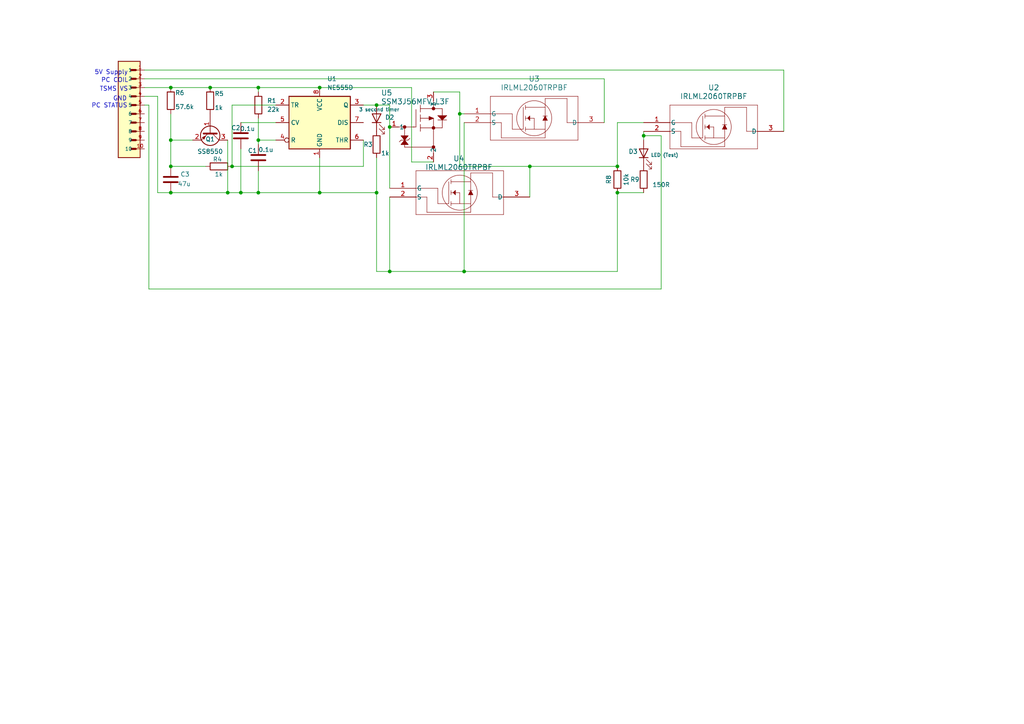
<source format=kicad_sch>
(kicad_sch (version 20231120) (generator "eeschema") (generator_version "8.0")
  (paper "A4")
  (lib_symbols
    (symbol "10 pin output:PH1-10-UA" (pin_names (offset 1.016))
      (property "Reference" "J" (at 0 28.448 0))
      (property "Value" "PH1-10-UA" (at 0 0 0))
      (symbol "PH1-10-UA_0_0"
        (polyline (pts (xy 3.81 2.54) (xy 5.08 2.54)) (stroke (width 0.6096)))
        (polyline (pts (xy 3.81 5.08) (xy 5.08 5.08)) (stroke (width 0.6096)))
        (polyline (pts (xy 3.81 7.62) (xy 5.08 7.62)) (stroke (width 0.6096)))
        (polyline (pts (xy 3.81 10.16) (xy 5.08 10.16)) (stroke (width 0.6096)))
        (polyline (pts (xy 3.81 12.7) (xy 5.08 12.7)) (stroke (width 0.6096)))
        (polyline (pts (xy 3.81 15.24) (xy 5.08 15.24)) (stroke (width 0.6096)))
        (polyline (pts (xy 3.81 17.78) (xy 5.08 17.78)) (stroke (width 0.6096)))
        (polyline (pts (xy 3.81 20.32) (xy 5.08 20.32)) (stroke (width 0.6096)))
        (polyline (pts (xy 3.81 22.86) (xy 5.08 22.86)) (stroke (width 0.6096)))
        (polyline (pts (xy 3.81 25.4) (xy 5.08 25.4)) (stroke (width 0.6096)))
        (rectangle (start 0 0) (end 6.35 27.94) (stroke (width 0.254)) (fill (type background)))
        (pin passive line (at 7.62 25.4 180) (length 2.54) (name "1") (number "1"))
        (pin passive line (at 7.62 2.54 180) (length 2.54) (name "10") (number "10"))
        (pin passive line (at 7.62 22.86 180) (length 2.54) (name "2") (number "2"))
        (pin passive line (at 7.62 20.32 180) (length 2.54) (name "3") (number "3"))
        (pin passive line (at 7.62 17.78 180) (length 2.54) (name "4") (number "4"))
        (pin passive line (at 7.62 15.24 180) (length 2.54) (name "5") (number "5"))
        (pin passive line (at 7.62 12.7 180) (length 2.54) (name "6") (number "6"))
        (pin passive line (at 7.62 10.16 180) (length 2.54) (name "7") (number "7"))
        (pin passive line (at 7.62 7.62 180) (length 2.54) (name "8") (number "8"))
        (pin passive line (at 7.62 5.08 180) (length 2.54) (name "9") (number "9"))
      )
    )
    (symbol "Device:C" (pin_numbers hide) (pin_names (offset 0.254))
      (property "Reference" "C" (at 0.635 2.54 0))
      (property "Value" "C" (at 0.635 -2.54 0))
      (symbol "C_0_1"
        (polyline (pts (xy -2.032 -0.762) (xy 2.032 -0.762)) (stroke (width 0.508)))
        (polyline (pts (xy -2.032 0.762) (xy 2.032 0.762)) (stroke (width 0.508)))
      )
      (symbol "C_1_1"
        (pin passive line (at 0 3.81 270) (length 2.794) (name "~") (number "1"))
        (pin passive line (at 0 -3.81 90) (length 2.794) (name "~") (number "2"))
      )
    )
    (symbol "Device:LED" (pin_numbers hide) (pin_names (offset 1.016) hide)
      (property "Reference" "D" (at 0 2.54 0))
      (property "Value" "LED" (at 0 -2.54 0))
      (symbol "LED_0_1"
        (polyline (pts (xy -1.27 -1.27) (xy -1.27 1.27)) (stroke (width 0.254)))
        (polyline (pts (xy -1.27 0) (xy 1.27 0)))
        (polyline (pts (xy 1.27 -1.27) (xy 1.27 1.27) (xy -1.27 0) (xy 1.27 -1.27)) (stroke (width 0.254)))
        (polyline (pts (xy -3.048 -0.762) (xy -4.572 -2.286) (xy -3.81 -2.286) (xy -4.572 -2.286) (xy -4.572 -1.524)))
        (polyline (pts (xy -1.778 -0.762) (xy -3.302 -2.286) (xy -2.54 -2.286) (xy -3.302 -2.286) (xy -3.302 -1.524)))
      )
      (symbol "LED_1_1"
        (pin passive line (at -3.81 0 0) (length 2.54) (name "K") (number "1"))
        (pin passive line (at 3.81 0 180) (length 2.54) (name "A") (number "2"))
      )
    )
    (symbol "Device:R" (pin_numbers hide) (pin_names (offset 0))
      (property "Reference" "R" (at 2.032 0 90))
      (property "Value" "R" (at 0 0 90))
      (symbol "R_0_1"
        (rectangle (start -1.016 -2.54) (end 1.016 2.54) (stroke (width 0.254)))
      )
      (symbol "R_1_1"
        (pin passive line (at 0 3.81 270) (length 1.27) (name "~") (number "1"))
        (pin passive line (at 0 -3.81 90) (length 1.27) (name "~") (number "2"))
      )
    )
    (symbol "NMOS:IRLML2060TRPBF" (pin_names (offset 0.254))
      (property "Reference" "U" (at 20.32 10.16 0))
      (property "Value" "IRLML2060TRPBF" (at 20.32 7.62 0))
      (symbol "IRLML2060TRPBF_0_1"
        (polyline (pts (xy 7.62 -7.62) (xy 33.02 -7.62)) (stroke (width 0.127)))
        (polyline (pts (xy 7.62 -2.54) (xy 10.795 -2.54)) (stroke (width 0.127)))
        (polyline (pts (xy 7.62 5.08) (xy 7.62 -7.62)) (stroke (width 0.127)))
        (polyline (pts (xy 10.795 -6.985) (xy 23.495 -6.985)) (stroke (width 0.127)))
        (polyline (pts (xy 10.795 -2.54) (xy 10.795 -6.985)) (stroke (width 0.127)))
        (polyline (pts (xy 13.97 -4.445) (xy 13.97 0)) (stroke (width 0.127)))
        (polyline (pts (xy 13.97 0) (xy 7.62 0)) (stroke (width 0.127)))
        (polyline (pts (xy 17.145 -4.445) (xy 13.97 -4.445)) (stroke (width 0.127)))
        (polyline (pts (xy 17.145 1.905) (xy 17.145 -4.445)) (stroke (width 0.127)))
        (polyline (pts (xy 17.78 -5.08) (xy 17.78 -3.81)) (stroke (width 0.127)))
        (polyline (pts (xy 17.78 -4.445) (xy 23.495 -4.445)) (stroke (width 0.127)))
        (polyline (pts (xy 17.78 -1.27) (xy 20.32 -1.27)) (stroke (width 0.127)))
        (polyline (pts (xy 17.78 -0.635) (xy 17.78 -1.905)) (stroke (width 0.127)))
        (polyline (pts (xy 17.78 1.905) (xy 23.495 1.905)) (stroke (width 0.127)))
        (polyline (pts (xy 17.78 2.54) (xy 17.78 1.27)) (stroke (width 0.127)))
        (polyline (pts (xy 18.415 -1.27) (xy 19.05 -0.635)) (stroke (width 0.127)))
        (polyline (pts (xy 19.05 -1.905) (xy 18.415 -1.27)) (stroke (width 0.127)))
        (polyline (pts (xy 19.05 -0.635) (xy 19.05 -1.905)) (stroke (width 0.127)))
        (polyline (pts (xy 20.32 -4.445) (xy 20.32 -1.27)) (stroke (width 0.127)))
        (polyline (pts (xy 22.86 -1.905) (xy 23.495 -0.635)) (stroke (width 0.127)))
        (polyline (pts (xy 22.86 -1.905) (xy 24.13 -1.905)) (stroke (width 0.127)))
        (polyline (pts (xy 22.86 -0.635) (xy 24.13 -0.635)) (stroke (width 0.127)))
        (polyline (pts (xy 23.495 -6.985) (xy 23.495 4.445)) (stroke (width 0.127)))
        (polyline (pts (xy 23.495 -0.635) (xy 24.13 -1.905)) (stroke (width 0.127)))
        (polyline (pts (xy 23.495 4.445) (xy 29.845 4.445)) (stroke (width 0.127)))
        (polyline (pts (xy 29.845 -2.54) (xy 33.02 -2.54)) (stroke (width 0.127)))
        (polyline (pts (xy 29.845 4.445) (xy 29.845 -2.54)) (stroke (width 0.127)))
        (polyline (pts (xy 33.02 -7.62) (xy 33.02 5.08)) (stroke (width 0.127)))
        (polyline (pts (xy 33.02 5.08) (xy 7.62 5.08)) (stroke (width 0.127)))
        (polyline (pts (xy 18.415 -1.27) (xy 19.05 -0.635) (xy 19.05 -1.905)) (fill (type outline)))
        (polyline (pts (xy 22.86 -1.905) (xy 23.495 -0.635) (xy 24.13 -1.905)) (fill (type outline)))
        (circle (center 20.32 -1.27) (radius 5.08) (stroke (width 0.127)))
        (pin unspecified line (at 0 0 0) (length 7.62) (name "G") (number "1"))
        (pin unspecified line (at 0 -2.54 0) (length 7.62) (name "S") (number "2"))
        (pin unspecified line (at 40.64 -2.54 180) (length 7.62) (name "D") (number "3"))
      )
    )
    (symbol "PMOS:SSM3J56MFV_L3F" (pin_names (offset 0.254))
      (property "Reference" "MOSFET" (at 0 0 0))
      (property "Value" "SSM3J56MFV_L3F" (at 0 0 0))
      (symbol "SSM3J56MFV_L3F_0_1"
        (polyline (pts (xy 0 -7.62) (xy 4.572 -7.62)) (stroke (width 0.1524)))
        (polyline (pts (xy 0.762 -12.7) (xy 2.794 -12.7)) (stroke (width 0.1524)))
        (polyline (pts (xy 0.762 -11.43) (xy 0.254 -11.938)) (stroke (width 0.1524)))
        (polyline (pts (xy 0.762 -11.43) (xy 2.794 -11.43)) (stroke (width 0.1524)))
        (polyline (pts (xy 0.762 -10.16) (xy 1.778 -11.43)) (stroke (width 0.1524)))
        (polyline (pts (xy 1.778 -13.462) (xy 10.16 -13.462)) (stroke (width 0.1524)))
        (polyline (pts (xy 1.778 -12.7) (xy 1.778 -13.462)) (stroke (width 0.1524)))
        (polyline (pts (xy 1.778 -11.43) (xy 0.762 -12.7)) (stroke (width 0.1524)))
        (polyline (pts (xy 1.778 -11.43) (xy 2.794 -10.16)) (stroke (width 0.1524)))
        (polyline (pts (xy 1.778 -7.62) (xy 1.778 -10.16)) (stroke (width 0.1524)))
        (polyline (pts (xy 2.794 -12.7) (xy 1.778 -11.43)) (stroke (width 0.1524)))
        (polyline (pts (xy 2.794 -11.43) (xy 3.302 -10.922)) (stroke (width 0.1524)))
        (polyline (pts (xy 2.794 -10.16) (xy 0.762 -10.16)) (stroke (width 0.1524)))
        (polyline (pts (xy 5.08 -7.62) (xy 4.318 -7.62)) (stroke (width 0.1524)))
        (polyline (pts (xy 5.08 -7.62) (xy 5.08 -2.54)) (stroke (width 0.1524)))
        (polyline (pts (xy 6.35 -8.89) (xy 6.35 -6.858)) (stroke (width 0.1524)))
        (polyline (pts (xy 6.35 -7.874) (xy 12.7 -7.874)) (stroke (width 0.1524)))
        (polyline (pts (xy 6.35 -6.096) (xy 6.35 -4.064)) (stroke (width 0.1524)))
        (polyline (pts (xy 6.35 -5.08) (xy 8.89 -5.08)) (stroke (width 0.1524)))
        (polyline (pts (xy 6.35 -3.302) (xy 6.35 -1.27)) (stroke (width 0.1524)))
        (polyline (pts (xy 8.89 -5.588) (xy 10.16 -5.08)) (stroke (width 0.1524)))
        (polyline (pts (xy 8.89 -4.572) (xy 8.89 -5.588)) (stroke (width 0.1524)))
        (polyline (pts (xy 10.16 -5.08) (xy 8.89 -4.572)) (stroke (width 0.1524)))
        (polyline (pts (xy 10.16 -5.08) (xy 10.16 -15.24)) (stroke (width 0.1524)))
        (polyline (pts (xy 10.16 0) (xy 10.16 -2.286)) (stroke (width 0.1524)))
        (polyline (pts (xy 11.43 -5.588) (xy 13.97 -5.588)) (stroke (width 0.1524)))
        (polyline (pts (xy 11.43 -4.318) (xy 12.7 -5.588)) (stroke (width 0.1524)))
        (polyline (pts (xy 11.43 -4.318) (xy 13.97 -4.318)) (stroke (width 0.1524)))
        (polyline (pts (xy 12.7 -7.874) (xy 12.7 -5.588)) (stroke (width 0.1524)))
        (polyline (pts (xy 12.7 -5.588) (xy 13.97 -4.318)) (stroke (width 0.1524)))
        (polyline (pts (xy 12.7 -4.318) (xy 12.7 -2.286)) (stroke (width 0.1524)))
        (polyline (pts (xy 12.7 -2.286) (xy 6.35 -2.286)) (stroke (width 0.1524)))
        (polyline (pts (xy 8.89 -4.572) (xy 8.89 -5.588) (xy 10.16 -5.08)) (fill (type outline)))
        (polyline (pts (xy 11.43 -4.318) (xy 12.7 -5.588) (xy 13.97 -4.318)) (fill (type outline)))
        (polyline (pts (xy 0.762 -10.16) (xy 1.778 -11.43) (xy 0.762 -12.7) (xy 2.794 -12.7) (xy 1.778 -11.43) (xy 2.794 -10.16)) (fill (type outline)))
        (circle (center 1.778 -7.62) (radius 0.254) (stroke (width 0.508)))
        (circle (center 10.16 -13.462) (radius 0.254) (stroke (width 0.508)))
        (circle (center 10.16 -7.874) (radius 0.254) (stroke (width 0.508)))
        (circle (center 10.16 -2.286) (radius 0.254) (stroke (width 0.508)))
        (pin unspecified line (at -2.54 -7.62 0) (length 2.54) (name "1") (number "1"))
        (pin unspecified line (at 10.16 -17.78 90) (length 2.54) (name "2") (number "2"))
        (pin unspecified line (at 10.16 2.54 270) (length 2.54) (name "3") (number "3"))
      )
    )
    (symbol "Timer:NE555D"
      (property "Reference" "U" (at -10.16 8.89 0))
      (property "Value" "NE555D" (at 2.54 8.89 0))
      (symbol "NE555D_0_0"
        (pin power_in line (at 0 -10.16 90) (length 2.54) (name "GND") (number "1"))
        (pin power_in line (at 0 10.16 270) (length 2.54) (name "VCC") (number "8"))
      )
      (symbol "NE555D_0_1"
        (rectangle (start -8.89 -7.62) (end 8.89 7.62) (stroke (width 0.254)) (fill (type background)))
        (rectangle (start -8.89 -7.62) (end 8.89 7.62) (stroke (width 0.254)) (fill (type background)))
      )
      (symbol "NE555D_1_1"
        (pin input line (at -12.7 5.08 0) (length 3.81) (name "TR") (number "2"))
        (pin output line (at 12.7 5.08 180) (length 3.81) (name "Q") (number "3"))
        (pin input inverted (at -12.7 -5.08 0) (length 3.81) (name "R") (number "4"))
        (pin input line (at -12.7 0 0) (length 3.81) (name "CV") (number "5"))
        (pin input line (at 12.7 -5.08 180) (length 3.81) (name "THR") (number "6"))
        (pin input line (at 12.7 0 180) (length 3.81) (name "DIS") (number "7"))
      )
    )
    (symbol "Transistor_BJT:SS8550" (pin_names (offset 0) hide)
      (property "Reference" "Q" (at 5.08 1.905 0))
      (property "Value" "SS8550" (at 5.08 0 0))
      (symbol "SS8550_0_1"
        (polyline (pts (xy 0.635 0.635) (xy 2.54 2.54)))
        (polyline (pts (xy 0.635 -0.635) (xy 2.54 -2.54) (xy 2.54 -2.54)))
        (polyline (pts (xy 0.635 1.905) (xy 0.635 -1.905) (xy 0.635 -1.905)) (stroke (width 0.508)))
        (polyline (pts (xy 2.286 -1.778) (xy 1.778 -2.286) (xy 1.27 -1.27) (xy 2.286 -1.778) (xy 2.286 -1.778)) (fill (type outline)))
        (circle (center 1.27 0) (radius 2.8194) (stroke (width 0.254)))
      )
      (symbol "SS8550_1_1"
        (pin input line (at -5.08 0 0) (length 5.715) (name "B") (number "1"))
        (pin passive line (at 2.54 -5.08 90) (length 2.54) (name "E") (number "2"))
        (pin passive line (at 2.54 5.08 270) (length 2.54) (name "C") (number "3"))
      )
    )
  )
  (junction (at 109.22 30.48))
  (junction (at 49.53 48.26))
  (junction (at 134.62 78.74))
  (junction (at 109.22 55.88))
  (junction (at 113.03 36.83))
  (junction (at 60.96 25.4))
  (junction (at 186.69 39.37))
  (junction (at 67.31 48.26))
  (junction (at 179.07 55.88))
  (junction (at 74.93 40.64))
  (junction (at 74.93 55.88))
  (junction (at 66.04 55.88))
  (junction (at 49.53 40.64))
  (junction (at 69.85 55.88))
  (junction (at 153.67 48.26))
  (junction (at 74.93 25.4))
  (junction (at 92.71 25.4))
  (junction (at 113.03 78.74))
  (junction (at 49.53 25.4))
  (junction (at 49.53 55.88))
  (junction (at 133.35 33.02))
  (junction (at 179.07 48.26))
  (junction (at 92.71 55.88))
  (wire (pts (xy 175.26 22.86) (xy 175.26 35.56)))
  (wire (pts (xy 179.07 35.56) (xy 186.69 35.56)))
  (wire (pts (xy 105.41 30.48) (xy 109.22 30.48)))
  (wire (pts (xy 60.96 25.4) (xy 74.93 25.4)))
  (wire (pts (xy 74.93 40.64) (xy 80.01 40.64)))
  (wire (pts (xy 67.31 30.48) (xy 80.01 30.48)))
  (wire (pts (xy 41.91 22.86) (xy 175.26 22.86)))
  (wire (pts (xy 125.73 26.67) (xy 133.35 26.67)))
  (wire (pts (xy 113.03 78.74) (xy 134.62 78.74)))
  (wire (pts (xy 41.91 25.4) (xy 49.53 25.4)))
  (wire (pts (xy 67.31 48.26) (xy 67.31 30.48)))
  (wire (pts (xy 109.22 30.48) (xy 113.03 30.48)))
  (wire (pts (xy 74.93 49.53) (xy 74.93 55.88)))
  (wire (pts (xy 227.33 20.32) (xy 227.33 38.1)))
  (wire (pts (xy 49.53 48.26) (xy 49.53 40.64)))
  (wire (pts (xy 133.35 33.02) (xy 134.62 33.02)))
  (wire (pts (xy 153.67 48.26) (xy 179.07 48.26)))
  (wire (pts (xy 133.35 26.67) (xy 133.35 33.02)))
  (wire (pts (xy 49.53 48.26) (xy 59.69 48.26)))
  (wire (pts (xy 74.93 25.4) (xy 74.93 26.67)))
  (wire (pts (xy 113.03 57.15) (xy 113.03 78.74)))
  (wire (pts (xy 179.07 55.88) (xy 186.69 55.88)))
  (wire (pts (xy 92.71 55.88) (xy 109.22 55.88)))
  (wire (pts (xy 119.38 25.4) (xy 119.38 46.99)))
  (wire (pts (xy 49.53 25.4) (xy 60.96 25.4)))
  (wire (pts (xy 49.53 55.88) (xy 66.04 55.88)))
  (wire (pts (xy 45.72 55.88) (xy 49.53 55.88)))
  (wire (pts (xy 113.03 36.83) (xy 113.03 54.61)))
  (wire (pts (xy 186.69 38.1) (xy 186.69 39.37)))
  (wire (pts (xy 191.77 39.37) (xy 191.77 83.82)))
  (wire (pts (xy 69.85 43.18) (xy 69.85 55.88)))
  (wire (pts (xy 66.04 55.88) (xy 69.85 55.88)))
  (wire (pts (xy 49.53 40.64) (xy 55.88 40.64)))
  (wire (pts (xy 43.18 83.82) (xy 191.77 83.82)))
  (wire (pts (xy 74.93 55.88) (xy 69.85 55.88)))
  (wire (pts (xy 179.07 35.56) (xy 179.07 48.26)))
  (wire (pts (xy 109.22 78.74) (xy 109.22 55.88)))
  (wire (pts (xy 49.53 33.02) (xy 49.53 40.64)))
  (wire (pts (xy 186.69 39.37) (xy 186.69 40.64)))
  (wire (pts (xy 153.67 48.26) (xy 153.67 57.15)))
  (wire (pts (xy 74.93 40.64) (xy 74.93 41.91)))
  (wire (pts (xy 113.03 30.48) (xy 113.03 36.83)))
  (wire (pts (xy 74.93 55.88) (xy 92.71 55.88)))
  (wire (pts (xy 41.91 30.48) (xy 43.18 30.48)))
  (wire (pts (xy 92.71 25.4) (xy 119.38 25.4)))
  (wire (pts (xy 45.72 27.94) (xy 41.91 27.94)))
  (wire (pts (xy 186.69 39.37) (xy 191.77 39.37)))
  (wire (pts (xy 109.22 78.74) (xy 113.03 78.74)))
  (wire (pts (xy 179.07 78.74) (xy 179.07 55.88)))
  (wire (pts (xy 134.62 78.74) (xy 179.07 78.74)))
  (wire (pts (xy 74.93 34.29) (xy 74.93 40.64)))
  (wire (pts (xy 92.71 45.72) (xy 92.71 55.88)))
  (wire (pts (xy 134.62 35.56) (xy 134.62 78.74)))
  (wire (pts (xy 43.18 30.48) (xy 43.18 83.82)))
  (wire (pts (xy 66.04 40.64) (xy 66.04 55.88)))
  (wire (pts (xy 105.41 40.64) (xy 105.41 48.26)))
  (wire (pts (xy 41.91 20.32) (xy 227.33 20.32)))
  (wire (pts (xy 109.22 45.72) (xy 109.22 55.88)))
  (wire (pts (xy 133.35 48.26) (xy 153.67 48.26)))
  (wire (pts (xy 119.38 46.99) (xy 125.73 46.99)))
  (wire (pts (xy 133.35 33.02) (xy 133.35 48.26)))
  (wire (pts (xy 74.93 25.4) (xy 92.71 25.4)))
  (wire (pts (xy 67.31 48.26) (xy 105.41 48.26)))
  (wire (pts (xy 69.85 35.56) (xy 80.01 35.56)))
  (wire (pts (xy 45.72 27.94) (xy 45.72 55.88)))
  (text "GND" (at 34.798 28.702 0) (effects (font (size 1.27 1.27))))
  (text "PC COIL" (at 33.274 23.368 0) (effects (font (size 1.27 1.27))))
  (text "TSMS VS" (at 33.02 25.908 0) (effects (font (size 1.27 1.27))))
  (text "PC STATUS" (at 31.75 30.734 0) (effects (font (size 1.27 1.27))))
  (text "5V Supply" (at 32.258 21.082 0) (effects (font (size 1.27 1.27))))
  (symbol (lib_id "Device:LED") (at 186.69 44.45 90) (unit 1)
    (property "Reference" "D3" (at 183.642 43.942 90))
    (property "Value" "LED (Test)" (at 192.786 44.958 90) (effects (font (size 1 1))))
    (property "Footprint" "Yellow RTDS LED:LED_AP3216SYD_KNB" (effects (hide yes)))
  )
  (symbol (lib_id "Timer:NE555D") (at 92.71 35.56 0) (unit 1)
    (property "Reference" "U1" (at 94.9041 22.86 0) (effects (justify left)))
    (property "Value" "NE555D" (at 94.9041 25.4 0) (effects (justify left)))
    (property "Footprint" "555 Timer:SOIC127P599X175-8N" (effects (hide yes)))
    (property "Datasheet" "http://www.ti.com/lit/ds/symlink/ne555.pdf" (effects (hide yes)))
  )
  (symbol (lib_id "NMOS:IRLML2060TRPBF") (at 113.03 54.61 0) (unit 1)
    (property "Reference" "U4" (at 133.096 45.974 0) (effects (font (size 1.524 1.524))))
    (property "Value" "IRLML2060TRPBF" (at 133.096 48.514 0) (effects (font (size 1.524 1.524))))
    (property "Footprint" "SOT23_INF" (effects (hide yes)))
    (property "Datasheet" "IRLML2060TRPBF" (effects (hide yes)))
  )
  (symbol (lib_id "Transistor_BJT:SS8550") (at 60.96 38.1 270) (unit 1)
    (property "Reference" "Q1" (at 60.96 40.386 90))
    (property "Value" "SS8550" (at 60.96 43.942 90))
    (property "Footprint" "Transistor:SOT-23_MCC" (effects (hide yes)))
    (property "Datasheet" "http://www.secosgmbh.com/datasheet/products/SSMPTransistor/SOT-23/SS8550.pdf" (effects (hide yes)))
    (property "Description" "General Purpose PNP Transistor, 1.5A Ic, 25V Vce, SOT-23" (effects (hide yes)))
  )
  (symbol (lib_id "Device:LED") (at 109.22 34.29 90) (unit 1)
    (property "Reference" "D2" (at 113.03 34.036 90))
    (property "Value" "3 second timer" (at 109.982 31.75 90) (effects (font (size 1 1))))
    (property "Footprint" "Yellow RTDS LED:LED_AP3216SYD_KNB" (effects (hide yes)))
  )
  (symbol (lib_id "Device:R") (at 49.53 29.21 0) (unit 1)
    (property "Reference" "R6" (at 50.8 26.924 0) (effects (justify left)))
    (property "Value" "57.6k" (at 50.8 30.988 0) (effects (justify left)))
    (property "Footprint" "CF14JT10K0:STA_CF14_STP" (effects (hide yes)))
  )
  (symbol (lib_id "Device:R") (at 63.5 48.26 270) (unit 1)
    (property "Reference" "R4" (at 61.722 46.228 90) (effects (justify left)))
    (property "Value" "1k" (at 62.23 50.546 90) (effects (justify left)))
    (property "Footprint" "1k Resistor:STA_RMCF0603_STP" (effects (hide yes)))
  )
  (symbol (lib_id "NMOS:IRLML2060TRPBF") (at 186.69 35.56 0) (unit 1)
    (property "Reference" "U2" (at 207.01 25.4 0) (effects (font (size 1.524 1.524))))
    (property "Value" "IRLML2060TRPBF" (at 207.01 27.94 0) (effects (font (size 1.524 1.524))))
    (property "Footprint" "SOT23_INF" (effects (hide yes)))
    (property "Datasheet" "IRLML2060TRPBF" (effects (hide yes)))
  )
  (symbol (lib_id "Device:C") (at 74.93 45.72 0) (unit 1)
    (property "Reference" "C1" (at 71.882 43.688 0) (effects (justify left)))
    (property "Value" "0.1u" (at 74.93 43.434 0) (effects (justify left)))
    (property "Footprint" "0.1 C:CAP_CL31_SAM" (effects (hide yes)))
  )
  (symbol (lib_id "10 pin output:PH1-10-UA") (at 34.29 45.72 0) (unit 1)
    (property "Reference" "J1" (effects (hide yes)))
    (property "Value" "PH1-10-UA" (effects (hide yes)))
    (property "Footprint" "10 pin output:1X10-2.54MM-THT" (effects (hide yes)))
    (property "MF" "Adam Tech" (effects (hide yes)))
    (property "Description_1" "\n                        \n                            Connector Header Through Hole 10 position 0.100 (2.54mm)\n                        \n" (effects (hide yes)))
    (property "Package" "None" (effects (hide yes)))
    (property "Price" "None" (effects (hide yes)))
    (property "SnapEDA_Link" "https://www.snapeda.com/parts/PH1-10-UA/Adam+Tech/view-part/?ref=snap" (effects (hide yes)))
    (property "MP" "PH1-10-UA" (effects (hide yes)))
    (property "Availability" "In Stock" (effects (hide yes)))
    (property "Check_prices" "https://www.snapeda.com/parts/PH1-10-UA/Adam+Tech/view-part/?ref=eda" (effects (hide yes)))
  )
  (symbol (lib_id "PMOS:SSM3J56MFV_L3F") (at 115.57 29.21 0) (unit 1)
    (property "Reference" "U5" (at 110.49 26.924 0) (effects (font (size 1.524 1.524)) (justify left)))
    (property "Value" "SSM3J56MFV_L3F" (at 110.49 29.464 0) (effects (font (size 1.524 1.524)) (justify left)))
    (property "Footprint" "VESM_TOS" (effects (hide yes)))
    (property "Datasheet" "SSM3J56MFV_L3F" (effects (hide yes)))
  )
  (symbol (lib_id "NMOS:IRLML2060TRPBF") (at 134.62 33.02 0) (unit 1)
    (property "Reference" "U3" (at 154.94 22.86 0) (effects (font (size 1.524 1.524))))
    (property "Value" "IRLML2060TRPBF" (at 154.94 25.4 0) (effects (font (size 1.524 1.524))))
    (property "Footprint" "SOT23_INF" (effects (hide yes)))
    (property "Datasheet" "IRLML2060TRPBF" (effects (hide yes)))
  )
  (symbol (lib_id "Device:C") (at 69.85 39.37 0) (unit 1)
    (property "Reference" "C2" (at 67.056 37.084 0) (effects (justify left)))
    (property "Value" "0.1u" (at 69.596 37.338 0) (effects (justify left)))
    (property "Footprint" "0.1 C:CAP_CL31_SAM" (effects (hide yes)))
  )
  (symbol (lib_id "Device:R") (at 74.93 30.48 180) (unit 1)
    (property "Reference" "R1" (at 77.47 29.2099 0) (effects (justify right)))
    (property "Value" "22k" (at 77.47 31.7499 0) (effects (justify right)))
    (property "Footprint" "22k resistor:STA_RMCF0805_STP" (effects (hide yes)))
  )
  (symbol (lib_id "Device:R") (at 179.07 52.07 180) (unit 1)
    (property "Reference" "R8" (at 176.53 52.07 90))
    (property "Value" "10k" (at 181.61 52.07 90))
    (property "Footprint" "CF14JT10K0:STA_CF14_STP" (effects (hide yes)))
  )
  (symbol (lib_id "Device:R") (at 109.22 41.91 0) (unit 1)
    (property "Reference" "R3" (at 105.41 41.91 0) (effects (justify left)))
    (property "Value" "1k" (at 110.49 44.45 0) (effects (justify left)))
    (property "Footprint" "1k Resistor:STA_RMCF0603_STP" (effects (hide yes)))
  )
  (symbol (lib_id "Device:R") (at 186.69 52.07 180) (unit 1)
    (property "Reference" "R9" (at 184.15 52.07 0))
    (property "Value" "150R" (at 191.77 53.594 0))
    (property "Footprint" "150 Ohm resistor:RC0805N_YAG" (effects (hide yes)))
  )
  (symbol (lib_id "Device:R") (at 60.96 29.21 0) (unit 1)
    (property "Reference" "R5" (at 62.23 27.178 0) (effects (justify left)))
    (property "Value" "1k" (at 62.23 31.242 0) (effects (justify left)))
    (property "Footprint" "1k Resistor:STA_RMCF0603_STP" (effects (hide yes)))
  )
  (symbol (lib_id "Device:C") (at 49.53 52.07 0) (unit 1)
    (property "Reference" "C3" (at 52.324 50.546 0) (effects (justify left)))
    (property "Value" "47u" (at 51.562 53.34 0) (effects (justify left)))
    (property "Footprint" "Capacitor 47u:CAP_CL32_SAM" (effects (hide yes)))
  )
)
</source>
